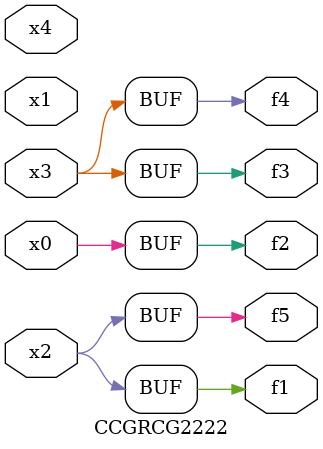
<source format=v>
module CCGRCG2222(
	input x0, x1, x2, x3, x4,
	output f1, f2, f3, f4, f5
);
	assign f1 = x2;
	assign f2 = x0;
	assign f3 = x3;
	assign f4 = x3;
	assign f5 = x2;
endmodule

</source>
